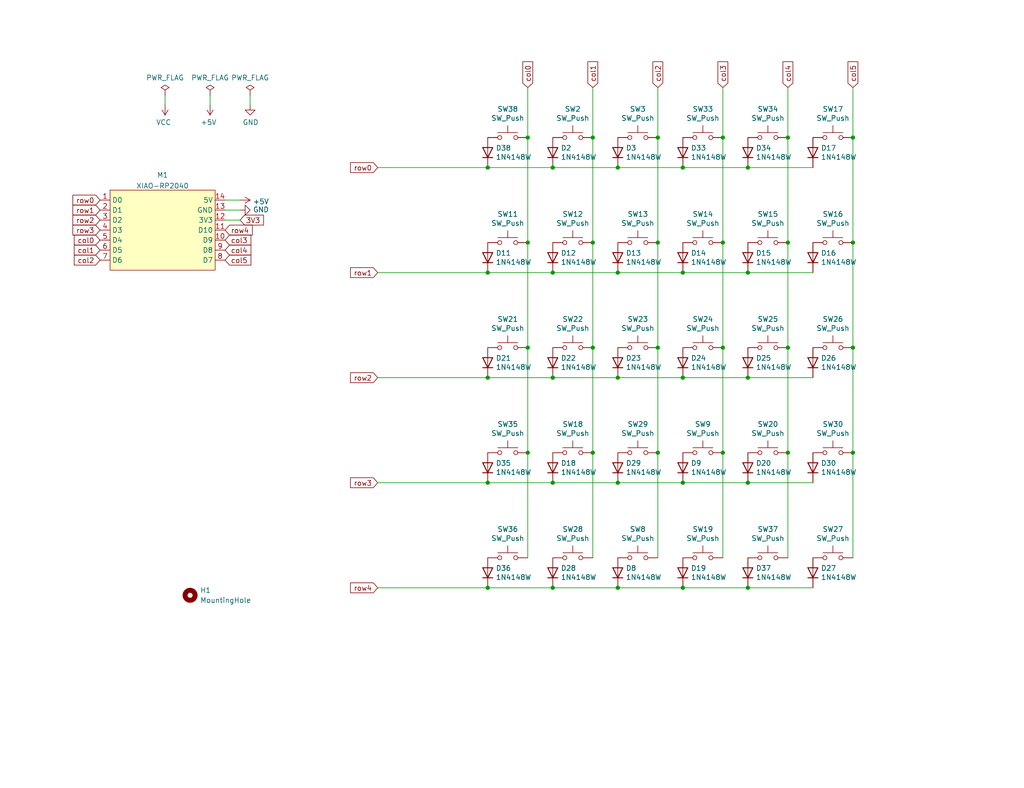
<source format=kicad_sch>
(kicad_sch (version 20211123) (generator eeschema)
  (paper "User" 259.994 200)
  (lib_symbols
    (symbol "Diode:1N4148W" (pin_numbers hide) (pin_names (offset 1.016) hide)
      (property "Reference" "D" (at 0 2.54 0))
      (property "Value" "1N4148W" (at 0 -2.54 0))
      (symbol "1N4148W_0_1"
        (polyline (pts (xy -1.27 1.27) (xy -1.27 -1.27)) (stroke (width 0.254)))
        (polyline (pts (xy 1.27 0) (xy -1.27 0)))
        (polyline (pts (xy 1.27 1.27) (xy 1.27 -1.27) (xy -1.27 0) (xy 1.27 1.27)) (stroke (width 0.254)))
      )
      (symbol "1N4148W_1_1"
        (pin passive line (at -3.81 0 0) (length 2.54) (name "K") (number "1"))
        (pin passive line (at 3.81 0 180) (length 2.54) (name "A") (number "2"))
      )
    )
    (symbol "Mechanical:MountingHole" (pin_names (offset 1.016))
      (property "Reference" "H" (at 0 5.08 0))
      (property "Value" "MountingHole" (at 0 3.175 0))
      (symbol "MountingHole_0_1"
        (circle (center 0 0) (radius 1.27) (stroke (width 1.27)))
      )
    )
    (symbol "Switch:SW_Push" (pin_numbers hide) (pin_names (offset 1.016) hide)
      (property "Reference" "SW" (at 1.27 2.54 0))
      (property "Value" "SW_Push" (at 0 -1.524 0))
      (symbol "SW_Push_0_1"
        (circle (center -2.032 0) (radius 0.508))
        (polyline (pts (xy 0 1.27) (xy 0 3.048)))
        (polyline (pts (xy 2.54 1.27) (xy -2.54 1.27)))
        (circle (center 2.032 0) (radius 0.508))
        (pin passive line (at -5.08 0 0) (length 2.54) (name "1") (number "1"))
        (pin passive line (at 5.08 0 180) (length 2.54) (name "2") (number "2"))
      )
    )
    (symbol "power:+5V" (power) (pin_names (offset 0))
      (property "Value" "+5V" (at 0 3.556 0))
      (symbol "+5V_0_1"
        (polyline (pts (xy -0.762 1.27) (xy 0 2.54)))
        (polyline (pts (xy 0 0) (xy 0 2.54)))
        (polyline (pts (xy 0 2.54) (xy 0.762 1.27)))
      )
      (symbol "+5V_1_1"
        (pin power_in line (at 0 0 90) (length 0) hide (name "+5V") (number "1"))
      )
    )
    (symbol "power:GND" (power) (pin_names (offset 0))
      (property "Value" "GND" (at 0 -3.81 0))
      (symbol "GND_0_1"
        (polyline (pts (xy 0 0) (xy 0 -1.27) (xy 1.27 -1.27) (xy 0 -2.54) (xy -1.27 -1.27) (xy 0 -1.27)))
      )
      (symbol "GND_1_1"
        (pin power_in line (at 0 0 270) (length 0) hide (name "GND") (number "1"))
      )
    )
    (symbol "power:PWR_FLAG" (power) (pin_numbers hide) (pin_names (offset 0) hide)
      (property "Value" "PWR_FLAG" (at 0 3.81 0))
      (symbol "PWR_FLAG_0_0"
        (pin power_out line (at 0 0 90) (length 0) (name "pwr") (number "1"))
      )
      (symbol "PWR_FLAG_0_1"
        (polyline (pts (xy 0 0) (xy 0 1.27) (xy -1.016 1.905) (xy 0 2.54) (xy 1.016 1.905) (xy 0 1.27)))
      )
    )
    (symbol "power:VCC" (power) (pin_names (offset 0))
      (property "Value" "VCC" (at 0 3.81 0))
      (symbol "VCC_0_1"
        (polyline (pts (xy -0.762 1.27) (xy 0 2.54)))
        (polyline (pts (xy 0 0) (xy 0 2.54)))
        (polyline (pts (xy 0 2.54) (xy 0.762 1.27)))
      )
      (symbol "VCC_1_1"
        (pin power_in line (at 0 0 90) (length 0) hide (name "VCC") (number "1"))
      )
    )
    (symbol "xiao-rp2040:XIAO-RP2040"
      (property "Reference" "M" (at 0 0 0))
      (property "Value" "XIAO-RP2040" (at 0 2.54 0))
      (symbol "XIAO-RP2040_0_1"
        (rectangle (start -12.7 10.16) (end 13.97 -10.16) (fill (type background)))
      )
      (symbol "XIAO-RP2040_1_1"
        (pin bidirectional line (at -15.24 7.62 0) (length 2.54) (name "D0") (number "1"))
        (pin bidirectional line (at 16.51 -2.54 180) (length 2.54) (name "D9") (number "10"))
        (pin bidirectional line (at 16.51 0 180) (length 2.54) (name "D10") (number "11"))
        (pin power_in line (at 16.51 2.54 180) (length 2.54) (name "3V3") (number "12"))
        (pin power_in line (at 16.51 5.08 180) (length 2.54) (name "GND") (number "13"))
        (pin power_in line (at 16.51 7.62 180) (length 2.54) (name "5V") (number "14"))
        (pin bidirectional line (at -15.24 5.08 0) (length 2.54) (name "D1") (number "2"))
        (pin bidirectional line (at -15.24 2.54 0) (length 2.54) (name "D2") (number "3"))
        (pin bidirectional line (at -15.24 0 0) (length 2.54) (name "D3") (number "4"))
        (pin bidirectional line (at -15.24 -2.54 0) (length 2.54) (name "D4") (number "5"))
        (pin bidirectional line (at -15.24 -5.08 0) (length 2.54) (name "D5") (number "6"))
        (pin bidirectional line (at -15.24 -7.62 0) (length 2.54) (name "D6") (number "7"))
        (pin bidirectional line (at 16.51 -7.62 180) (length 2.54) (name "D7") (number "8"))
        (pin bidirectional line (at 16.51 -5.08 180) (length 2.54) (name "D8") (number "9"))
      )
    )
  )
  (junction (at 173.355 95.885))
  (junction (at 216.535 61.595))
  (junction (at 133.985 61.595))
  (junction (at 216.535 88.265))
  (junction (at 123.825 149.225))
  (junction (at 200.025 88.265))
  (junction (at 150.495 88.265))
  (junction (at 216.535 34.925))
  (junction (at 133.985 34.925))
  (junction (at 140.335 69.215))
  (junction (at 123.825 95.885))
  (junction (at 183.515 34.925))
  (junction (at 123.825 69.215))
  (junction (at 167.005 114.935))
  (junction (at 216.535 114.935))
  (junction (at 156.845 149.225))
  (junction (at 189.865 95.885))
  (junction (at 150.495 61.595))
  (junction (at 189.865 149.225))
  (junction (at 200.025 34.925))
  (junction (at 150.495 114.935))
  (junction (at 133.985 114.935))
  (junction (at 200.025 114.935))
  (junction (at 183.515 114.935))
  (junction (at 189.865 42.545))
  (junction (at 140.335 95.885))
  (junction (at 150.495 34.925))
  (junction (at 156.845 69.215))
  (junction (at 123.825 122.555))
  (junction (at 183.515 61.595))
  (junction (at 133.985 88.265))
  (junction (at 173.355 42.545))
  (junction (at 173.355 149.225))
  (junction (at 123.825 42.545))
  (junction (at 189.865 122.555))
  (junction (at 156.845 42.545))
  (junction (at 173.355 69.215))
  (junction (at 189.865 69.215))
  (junction (at 167.005 61.595))
  (junction (at 156.845 95.885))
  (junction (at 167.005 34.925))
  (junction (at 200.025 61.595))
  (junction (at 173.355 122.555))
  (junction (at 156.845 122.555))
  (junction (at 140.335 42.545))
  (junction (at 183.515 88.265))
  (junction (at 167.005 88.265))
  (junction (at 140.335 122.555))
  (junction (at 140.335 149.225))
  (wire (pts (xy 167.005 22.225) (xy 167.005 34.925)))
  (wire (pts (xy 95.885 42.545) (xy 123.825 42.545)))
  (wire (pts (xy 167.005 114.935) (xy 167.005 141.605)))
  (wire (pts (xy 183.515 88.265) (xy 183.515 114.935)))
  (wire (pts (xy 173.355 69.215) (xy 189.865 69.215)))
  (wire (pts (xy 95.885 69.215) (xy 123.825 69.215)))
  (wire (pts (xy 183.515 114.935) (xy 183.515 141.605)))
  (wire (pts (xy 123.825 95.885) (xy 140.335 95.885)))
  (wire (pts (xy 63.5 24.13) (xy 63.5 26.67)))
  (wire (pts (xy 189.865 69.215) (xy 206.375 69.215)))
  (wire (pts (xy 216.535 34.925) (xy 216.535 61.595)))
  (wire (pts (xy 133.985 114.935) (xy 133.985 141.605)))
  (wire (pts (xy 173.355 42.545) (xy 189.865 42.545)))
  (wire (pts (xy 156.845 69.215) (xy 173.355 69.215)))
  (wire (pts (xy 133.985 22.225) (xy 133.985 34.925)))
  (polyline (pts (xy 422.91 182.88) (xy 422.91 152.4)))
  (wire (pts (xy 216.535 114.935) (xy 216.535 141.605)))
  (wire (pts (xy 123.825 69.215) (xy 140.335 69.215)))
  (wire (pts (xy 216.535 61.595) (xy 216.535 88.265)))
  (wire (pts (xy 150.495 61.595) (xy 150.495 88.265)))
  (wire (pts (xy 57.15 50.8) (xy 60.96 50.8)))
  (wire (pts (xy 189.865 122.555) (xy 206.375 122.555)))
  (wire (pts (xy 189.865 95.885) (xy 206.375 95.885)))
  (wire (pts (xy 173.355 95.885) (xy 189.865 95.885)))
  (wire (pts (xy 140.335 69.215) (xy 156.845 69.215)))
  (wire (pts (xy 200.025 61.595) (xy 200.025 88.265)))
  (wire (pts (xy 183.515 61.595) (xy 183.515 88.265)))
  (wire (pts (xy 140.335 42.545) (xy 156.845 42.545)))
  (wire (pts (xy 140.335 122.555) (xy 156.845 122.555)))
  (wire (pts (xy 95.885 122.555) (xy 123.825 122.555)))
  (wire (pts (xy 173.355 122.555) (xy 189.865 122.555)))
  (wire (pts (xy 200.025 34.925) (xy 200.025 61.595)))
  (wire (pts (xy 156.845 122.555) (xy 173.355 122.555)))
  (wire (pts (xy 173.355 149.225) (xy 189.865 149.225)))
  (wire (pts (xy 189.865 149.225) (xy 206.375 149.225)))
  (wire (pts (xy 200.025 114.935) (xy 200.025 141.605)))
  (wire (pts (xy 133.985 34.925) (xy 133.985 61.595)))
  (wire (pts (xy 133.985 88.265) (xy 133.985 114.935)))
  (wire (pts (xy 200.025 88.265) (xy 200.025 114.935)))
  (wire (pts (xy 183.515 22.225) (xy 183.515 34.925)))
  (wire (pts (xy 200.025 22.225) (xy 200.025 34.925)))
  (wire (pts (xy 53.34 24.13) (xy 53.34 26.67)))
  (wire (pts (xy 140.335 95.885) (xy 156.845 95.885)))
  (wire (pts (xy 167.005 88.265) (xy 167.005 114.935)))
  (wire (pts (xy 189.865 42.545) (xy 206.375 42.545)))
  (wire (pts (xy 41.91 24.13) (xy 41.91 26.67)))
  (wire (pts (xy 150.495 114.935) (xy 150.495 141.605)))
  (wire (pts (xy 156.845 42.545) (xy 173.355 42.545)))
  (wire (pts (xy 156.845 149.225) (xy 173.355 149.225)))
  (wire (pts (xy 167.005 61.595) (xy 167.005 88.265)))
  (wire (pts (xy 216.535 88.265) (xy 216.535 114.935)))
  (wire (pts (xy 123.825 42.545) (xy 140.335 42.545)))
  (wire (pts (xy 123.825 149.225) (xy 140.335 149.225)))
  (wire (pts (xy 95.885 149.225) (xy 123.825 149.225)))
  (wire (pts (xy 57.15 53.34) (xy 60.96 53.34)))
  (wire (pts (xy 216.535 22.225) (xy 216.535 34.925)))
  (wire (pts (xy 150.495 22.225) (xy 150.495 34.925)))
  (wire (pts (xy 183.515 34.925) (xy 183.515 61.595)))
  (wire (pts (xy 167.005 34.925) (xy 167.005 61.595)))
  (wire (pts (xy 95.885 95.885) (xy 123.825 95.885)))
  (wire (pts (xy 133.985 61.595) (xy 133.985 88.265)))
  (wire (pts (xy 123.825 122.555) (xy 140.335 122.555)))
  (wire (pts (xy 156.845 95.885) (xy 173.355 95.885)))
  (wire (pts (xy 150.495 34.925) (xy 150.495 61.595)))
  (wire (pts (xy 57.15 55.88) (xy 60.96 55.88)))
  (wire (pts (xy 140.335 149.225) (xy 156.845 149.225)))
  (wire (pts (xy 150.495 88.265) (xy 150.495 114.935)))
  (global_label "row3" (shape input) (at 95.885 122.555 180) (property "Intersheet References" "${INTERSHEET_REFS}" (effects hide)))
  (global_label "col0" (shape input) (at 133.985 22.225 90) (property "Intersheet References" "${INTERSHEET_REFS}" (effects hide)))
  (global_label "row2" (shape input) (at 25.4 55.88 180) (property "Intersheet References" "${INTERSHEET_REFS}" (effects hide)))
  (global_label "row4" (shape input) (at 57.15 58.42 0) (property "Intersheet References" "${INTERSHEET_REFS}" (effects hide)))
  (global_label "row2" (shape input) (at 95.885 95.885 180) (property "Intersheet References" "${INTERSHEET_REFS}" (effects hide)))
  (global_label "col3" (shape input) (at 183.515 22.225 90) (property "Intersheet References" "${INTERSHEET_REFS}" (effects hide)))
  (global_label "row4" (shape input) (at 95.885 149.225 180) (property "Intersheet References" "${INTERSHEET_REFS}" (effects hide)))
  (global_label "col0" (shape input) (at 25.4 60.96 180) (property "Intersheet References" "${INTERSHEET_REFS}" (effects hide)))
  (global_label "col4" (shape input) (at 200.025 22.225 90) (property "Intersheet References" "${INTERSHEET_REFS}" (effects hide)))
  (global_label "row0" (shape input) (at 95.885 42.545 180) (property "Intersheet References" "${INTERSHEET_REFS}" (effects hide)))
  (global_label "col1" (shape input) (at 150.495 22.225 90) (property "Intersheet References" "${INTERSHEET_REFS}" (effects hide)))
  (global_label "row3" (shape input) (at 25.4 58.42 180) (property "Intersheet References" "${INTERSHEET_REFS}" (effects hide)))
  (global_label "col2" (shape input) (at 25.4 66.04 180) (property "Intersheet References" "${INTERSHEET_REFS}" (effects hide)))
  (global_label "row1" (shape input) (at 95.885 69.215 180) (property "Intersheet References" "${INTERSHEET_REFS}" (effects hide)))
  (global_label "col5" (shape input) (at 57.15 66.04 0) (property "Intersheet References" "${INTERSHEET_REFS}" (effects hide)))
  (global_label "col4" (shape input) (at 57.15 63.5 0) (property "Intersheet References" "${INTERSHEET_REFS}" (effects hide)))
  (global_label "col3" (shape input) (at 57.15 60.96 0) (property "Intersheet References" "${INTERSHEET_REFS}" (effects hide)))
  (global_label "col5" (shape input) (at 216.535 22.225 90) (property "Intersheet References" "${INTERSHEET_REFS}" (effects hide)))
  (global_label "col2" (shape input) (at 167.005 22.225 90) (property "Intersheet References" "${INTERSHEET_REFS}" (effects hide)))
  (global_label "3V3" (shape input) (at 60.96 55.88 0) (property "Intersheet References" "${INTERSHEET_REFS}" (effects hide)))
  (global_label "col1" (shape input) (at 25.4 63.5 180) (property "Intersheet References" "${INTERSHEET_REFS}" (effects hide)))
  (global_label "row0" (shape input) (at 25.4 50.8 180) (property "Intersheet References" "${INTERSHEET_REFS}" (effects hide)))
  (global_label "row1" (shape input) (at 25.4 53.34 180) (property "Intersheet References" "${INTERSHEET_REFS}" (effects hide)))
  (symbol (lib_id "Switch:SW_Push") (at 145.415 34.925 0) (unit 1)
    (property "Reference" "SW2" (at 145.415 27.686 0))
    (property "Value" "SW_Push" (at 145.415 29.9974 0))
    (property "Footprint" "fingerpunch:Kailh_socket_MX-ChocV1" (effects hide))
  )
  (symbol (lib_id "Diode:1N4148W") (at 140.335 38.735 90) (unit 1)
    (property "Reference" "D2" (at 142.367 37.5666 90) (effects (justify right)))
    (property "Value" "1N4148W" (at 142.367 39.878 90) (effects (justify right)))
    (property "Footprint" "Diode_SMD:D_SOD-123" (effects hide))
    (property "Datasheet" "https://www.vishay.com/docs/85748/1n4148w.pdf" (effects hide))
    (property "LCSC" "C909967" (effects hide))
  )
  (symbol (lib_id "Switch:SW_Push") (at 161.925 34.925 0) (unit 1)
    (property "Reference" "SW3" (at 161.925 27.686 0))
    (property "Value" "SW_Push" (at 161.925 29.9974 0))
    (property "Footprint" "fingerpunch:Kailh_socket_MX-ChocV1" (effects hide))
  )
  (symbol (lib_id "Diode:1N4148W") (at 156.845 38.735 90) (unit 1)
    (property "Reference" "D3" (at 158.877 37.5666 90) (effects (justify right)))
    (property "Value" "1N4148W" (at 158.877 39.878 90) (effects (justify right)))
    (property "Footprint" "Diode_SMD:D_SOD-123" (effects hide))
    (property "Datasheet" "https://www.vishay.com/docs/85748/1n4148w.pdf" (effects hide))
    (property "LCSC" "C909967" (effects hide))
  )
  (symbol (lib_id "Switch:SW_Push") (at 128.905 61.595 0) (unit 1)
    (property "Reference" "SW11" (at 128.905 54.356 0))
    (property "Value" "SW_Push" (at 128.905 56.6674 0))
    (property "Footprint" "fingerpunch:Kailh_socket_MX-ChocV1" (effects hide))
  )
  (symbol (lib_id "Diode:1N4148W") (at 123.825 65.405 90) (unit 1)
    (property "Reference" "D11" (at 125.857 64.2366 90) (effects (justify right)))
    (property "Value" "1N4148W" (at 125.857 66.548 90) (effects (justify right)))
    (property "Footprint" "Diode_SMD:D_SOD-123" (effects hide))
    (property "Datasheet" "https://www.vishay.com/docs/85748/1n4148w.pdf" (effects hide))
    (property "LCSC" "C909967" (effects hide))
  )
  (symbol (lib_id "Switch:SW_Push") (at 145.415 61.595 0) (unit 1)
    (property "Reference" "SW12" (at 145.415 54.356 0))
    (property "Value" "SW_Push" (at 145.415 56.6674 0))
    (property "Footprint" "fingerpunch:Kailh_socket_MX-ChocV1" (effects hide))
  )
  (symbol (lib_id "Diode:1N4148W") (at 140.335 65.405 90) (unit 1)
    (property "Reference" "D12" (at 142.367 64.2366 90) (effects (justify right)))
    (property "Value" "1N4148W" (at 142.367 66.548 90) (effects (justify right)))
    (property "Footprint" "Diode_SMD:D_SOD-123" (effects hide))
    (property "Datasheet" "https://www.vishay.com/docs/85748/1n4148w.pdf" (effects hide))
    (property "LCSC" "C909967" (effects hide))
  )
  (symbol (lib_id "Switch:SW_Push") (at 161.925 61.595 0) (unit 1)
    (property "Reference" "SW13" (at 161.925 54.356 0))
    (property "Value" "SW_Push" (at 161.925 56.6674 0))
    (property "Footprint" "fingerpunch:Kailh_socket_MX-ChocV1" (effects hide))
  )
  (symbol (lib_id "Diode:1N4148W") (at 156.845 65.405 90) (unit 1)
    (property "Reference" "D13" (at 158.877 64.2366 90) (effects (justify right)))
    (property "Value" "1N4148W" (at 158.877 66.548 90) (effects (justify right)))
    (property "Footprint" "Diode_SMD:D_SOD-123" (effects hide))
    (property "Datasheet" "https://www.vishay.com/docs/85748/1n4148w.pdf" (effects hide))
    (property "LCSC" "C909967" (effects hide))
  )
  (symbol (lib_id "Switch:SW_Push") (at 178.435 61.595 0) (unit 1)
    (property "Reference" "SW14" (at 178.435 54.356 0))
    (property "Value" "SW_Push" (at 178.435 56.6674 0))
    (property "Footprint" "fingerpunch:Kailh_socket_MX-ChocV1" (effects hide))
  )
  (symbol (lib_id "Diode:1N4148W") (at 173.355 65.405 90) (unit 1)
    (property "Reference" "D14" (at 175.387 64.2366 90) (effects (justify right)))
    (property "Value" "1N4148W" (at 175.387 66.548 90) (effects (justify right)))
    (property "Footprint" "Diode_SMD:D_SOD-123" (effects hide))
    (property "Datasheet" "https://www.vishay.com/docs/85748/1n4148w.pdf" (effects hide))
    (property "LCSC" "C909967" (effects hide))
  )
  (symbol (lib_id "Switch:SW_Push") (at 194.945 61.595 0) (unit 1)
    (property "Reference" "SW15" (at 194.945 54.356 0))
    (property "Value" "SW_Push" (at 194.945 56.6674 0))
    (property "Footprint" "fingerpunch:Kailh_socket_MX-ChocV1" (effects hide))
  )
  (symbol (lib_id "Diode:1N4148W") (at 189.865 65.405 90) (unit 1)
    (property "Reference" "D15" (at 191.897 64.2366 90) (effects (justify right)))
    (property "Value" "1N4148W" (at 191.897 66.548 90) (effects (justify right)))
    (property "Footprint" "Diode_SMD:D_SOD-123" (effects hide))
    (property "Datasheet" "https://www.vishay.com/docs/85748/1n4148w.pdf" (effects hide))
    (property "LCSC" "C909967" (effects hide))
  )
  (symbol (lib_id "Switch:SW_Push") (at 211.455 61.595 0) (unit 1)
    (property "Reference" "SW16" (at 211.455 54.356 0))
    (property "Value" "SW_Push" (at 211.455 56.6674 0))
    (property "Footprint" "fingerpunch:Kailh_socket_MX-ChocV1" (effects hide))
  )
  (symbol (lib_id "Diode:1N4148W") (at 206.375 65.405 90) (unit 1)
    (property "Reference" "D16" (at 208.407 64.2366 90) (effects (justify right)))
    (property "Value" "1N4148W" (at 208.407 66.548 90) (effects (justify right)))
    (property "Footprint" "Diode_SMD:D_SOD-123" (effects hide))
    (property "Datasheet" "https://www.vishay.com/docs/85748/1n4148w.pdf" (effects hide))
    (property "LCSC" "C909967" (effects hide))
  )
  (symbol (lib_id "Switch:SW_Push") (at 128.905 88.265 0) (unit 1)
    (property "Reference" "SW21" (at 128.905 81.026 0))
    (property "Value" "SW_Push" (at 128.905 83.3374 0))
    (property "Footprint" "fingerpunch:Kailh_socket_MX-ChocV1" (effects hide))
  )
  (symbol (lib_id "Diode:1N4148W") (at 123.825 92.075 90) (unit 1)
    (property "Reference" "D21" (at 125.857 90.9066 90) (effects (justify right)))
    (property "Value" "1N4148W" (at 125.857 93.218 90) (effects (justify right)))
    (property "Footprint" "Diode_SMD:D_SOD-123" (effects hide))
    (property "Datasheet" "https://www.vishay.com/docs/85748/1n4148w.pdf" (effects hide))
    (property "LCSC" "C909967" (effects hide))
  )
  (symbol (lib_id "Switch:SW_Push") (at 145.415 88.265 0) (unit 1)
    (property "Reference" "SW22" (at 145.415 81.026 0))
    (property "Value" "SW_Push" (at 145.415 83.3374 0))
    (property "Footprint" "fingerpunch:Kailh_socket_MX-ChocV1" (effects hide))
  )
  (symbol (lib_id "Diode:1N4148W") (at 140.335 92.075 90) (unit 1)
    (property "Reference" "D22" (at 142.367 90.9066 90) (effects (justify right)))
    (property "Value" "1N4148W" (at 142.367 93.218 90) (effects (justify right)))
    (property "Footprint" "Diode_SMD:D_SOD-123" (effects hide))
    (property "Datasheet" "https://www.vishay.com/docs/85748/1n4148w.pdf" (effects hide))
    (property "LCSC" "C909967" (effects hide))
  )
  (symbol (lib_id "Switch:SW_Push") (at 161.925 88.265 0) (unit 1)
    (property "Reference" "SW23" (at 161.925 81.026 0))
    (property "Value" "SW_Push" (at 161.925 83.3374 0))
    (property "Footprint" "fingerpunch:Kailh_socket_MX-ChocV1" (effects hide))
  )
  (symbol (lib_id "Diode:1N4148W") (at 156.845 92.075 90) (unit 1)
    (property "Reference" "D23" (at 158.877 90.9066 90) (effects (justify right)))
    (property "Value" "1N4148W" (at 158.877 93.218 90) (effects (justify right)))
    (property "Footprint" "Diode_SMD:D_SOD-123" (effects hide))
    (property "Datasheet" "https://www.vishay.com/docs/85748/1n4148w.pdf" (effects hide))
    (property "LCSC" "C909967" (effects hide))
  )
  (symbol (lib_id "Switch:SW_Push") (at 178.435 88.265 0) (unit 1)
    (property "Reference" "SW24" (at 178.435 81.026 0))
    (property "Value" "SW_Push" (at 178.435 83.3374 0))
    (property "Footprint" "fingerpunch:Kailh_socket_MX-ChocV1" (effects hide))
  )
  (symbol (lib_id "Diode:1N4148W") (at 173.355 92.075 90) (unit 1)
    (property "Reference" "D24" (at 175.387 90.9066 90) (effects (justify right)))
    (property "Value" "1N4148W" (at 175.387 93.218 90) (effects (justify right)))
    (property "Footprint" "Diode_SMD:D_SOD-123" (effects hide))
    (property "Datasheet" "https://www.vishay.com/docs/85748/1n4148w.pdf" (effects hide))
    (property "LCSC" "C909967" (effects hide))
  )
  (symbol (lib_id "Switch:SW_Push") (at 194.945 88.265 0) (unit 1)
    (property "Reference" "SW25" (at 194.945 81.026 0))
    (property "Value" "SW_Push" (at 194.945 83.3374 0))
    (property "Footprint" "fingerpunch:Kailh_socket_MX-ChocV1" (effects hide))
  )
  (symbol (lib_id "Diode:1N4148W") (at 189.865 92.075 90) (unit 1)
    (property "Reference" "D25" (at 191.897 90.9066 90) (effects (justify right)))
    (property "Value" "1N4148W" (at 191.897 93.218 90) (effects (justify right)))
    (property "Footprint" "Diode_SMD:D_SOD-123" (effects hide))
    (property "Datasheet" "https://www.vishay.com/docs/85748/1n4148w.pdf" (effects hide))
    (property "LCSC" "C909967" (effects hide))
  )
  (symbol (lib_id "Switch:SW_Push") (at 211.455 88.265 0) (unit 1)
    (property "Reference" "SW26" (at 211.455 81.026 0))
    (property "Value" "SW_Push" (at 211.455 83.3374 0))
    (property "Footprint" "fingerpunch:Kailh_socket_MX-ChocV1" (effects hide))
  )
  (symbol (lib_id "Diode:1N4148W") (at 206.375 92.075 90) (unit 1)
    (property "Reference" "D26" (at 208.407 90.9066 90) (effects (justify right)))
    (property "Value" "1N4148W" (at 208.407 93.218 90) (effects (justify right)))
    (property "Footprint" "Diode_SMD:D_SOD-123" (effects hide))
    (property "Datasheet" "https://www.vishay.com/docs/85748/1n4148w.pdf" (effects hide))
    (property "LCSC" "C909967" (effects hide))
  )
  (symbol (lib_id "Switch:SW_Push") (at 178.435 34.925 0) (unit 1)
    (property "Reference" "SW33" (at 178.435 27.686 0))
    (property "Value" "SW_Push" (at 178.435 29.9974 0))
    (property "Footprint" "fingerpunch:Kailh_socket_MX-ChocV1" (effects hide))
  )
  (symbol (lib_id "Diode:1N4148W") (at 173.355 38.735 90) (unit 1)
    (property "Reference" "D33" (at 175.387 37.5666 90) (effects (justify right)))
    (property "Value" "1N4148W" (at 175.387 39.878 90) (effects (justify right)))
    (property "Footprint" "Diode_SMD:D_SOD-123" (effects hide))
    (property "Datasheet" "https://www.vishay.com/docs/85748/1n4148w.pdf" (effects hide))
    (property "LCSC" "C909967" (effects hide))
  )
  (symbol (lib_id "Switch:SW_Push") (at 194.945 34.925 0) (unit 1)
    (property "Reference" "SW34" (at 194.945 27.686 0))
    (property "Value" "SW_Push" (at 194.945 29.9974 0))
    (property "Footprint" "fingerpunch:Kailh_socket_MX-ChocV1" (effects hide))
  )
  (symbol (lib_id "Diode:1N4148W") (at 189.865 38.735 90) (unit 1)
    (property "Reference" "D34" (at 191.897 37.5666 90) (effects (justify right)))
    (property "Value" "1N4148W" (at 191.897 39.878 90) (effects (justify right)))
    (property "Footprint" "Diode_SMD:D_SOD-123" (effects hide))
    (property "Datasheet" "https://www.vishay.com/docs/85748/1n4148w.pdf" (effects hide))
    (property "LCSC" "C909967" (effects hide))
  )
  (symbol (lib_id "Switch:SW_Push") (at 128.905 114.935 0) (unit 1)
    (property "Reference" "SW35" (at 128.905 107.696 0))
    (property "Value" "SW_Push" (at 128.905 110.0074 0))
    (property "Footprint" "fingerpunch:Kailh_socket_MX-ChocV1" (effects hide))
  )
  (symbol (lib_id "Diode:1N4148W") (at 123.825 118.745 90) (unit 1)
    (property "Reference" "D35" (at 125.857 117.5766 90) (effects (justify right)))
    (property "Value" "1N4148W" (at 125.857 119.888 90) (effects (justify right)))
    (property "Footprint" "Diode_SMD:D_SOD-123" (effects hide))
    (property "Datasheet" "https://www.vishay.com/docs/85748/1n4148w.pdf" (effects hide))
    (property "LCSC" "C909967" (effects hide))
  )
  (symbol (lib_id "Switch:SW_Push") (at 128.905 141.605 0) (unit 1)
    (property "Reference" "SW36" (at 128.905 134.366 0))
    (property "Value" "SW_Push" (at 128.905 136.6774 0))
    (property "Footprint" "fingerpunch:Kailh_socket_MX-ChocV1" (effects hide))
  )
  (symbol (lib_id "Diode:1N4148W") (at 123.825 145.415 90) (unit 1)
    (property "Reference" "D36" (at 125.857 144.2466 90) (effects (justify right)))
    (property "Value" "1N4148W" (at 125.857 146.558 90) (effects (justify right)))
    (property "Footprint" "Diode_SMD:D_SOD-123" (effects hide))
    (property "Datasheet" "https://www.vishay.com/docs/85748/1n4148w.pdf" (effects hide))
    (property "LCSC" "C909967" (effects hide))
  )
  (symbol (lib_id "Switch:SW_Push") (at 211.455 34.925 0) (unit 1)
    (property "Reference" "SW17" (at 211.455 27.686 0))
    (property "Value" "SW_Push" (at 211.455 29.9974 0))
    (property "Footprint" "fingerpunch:Kailh_socket_MX-ChocV1" (effects hide))
  )
  (symbol (lib_id "Diode:1N4148W") (at 206.375 38.735 90) (unit 1)
    (property "Reference" "D17" (at 208.407 37.5666 90) (effects (justify right)))
    (property "Value" "1N4148W" (at 208.407 39.878 90) (effects (justify right)))
    (property "Footprint" "Diode_SMD:D_SOD-123" (effects hide))
    (property "Datasheet" "https://www.vishay.com/docs/85748/1n4148w.pdf" (effects hide))
    (property "LCSC" "C909967" (effects hide))
  )
  (symbol (lib_id "Switch:SW_Push") (at 211.455 141.605 0) (unit 1)
    (property "Reference" "SW27" (at 211.455 134.366 0))
    (property "Value" "SW_Push" (at 211.455 136.6774 0))
    (property "Footprint" "fingerpunch:Kailh_socket_MX-ChocV1" (effects hide))
  )
  (symbol (lib_id "Diode:1N4148W") (at 206.375 145.415 90) (unit 1)
    (property "Reference" "D27" (at 208.407 144.2466 90) (effects (justify right)))
    (property "Value" "1N4148W" (at 208.407 146.558 90) (effects (justify right)))
    (property "Footprint" "Diode_SMD:D_SOD-123" (effects hide))
    (property "Datasheet" "https://www.vishay.com/docs/85748/1n4148w.pdf" (effects hide))
    (property "LCSC" "C909967" (effects hide))
  )
  (symbol (lib_id "Switch:SW_Push") (at 194.945 141.605 0) (unit 1)
    (property "Reference" "SW37" (at 194.945 134.366 0))
    (property "Value" "SW_Push" (at 194.945 136.6774 0))
    (property "Footprint" "fingerpunch:Kailh_socket_MX-ChocV1" (effects hide))
  )
  (symbol (lib_id "Diode:1N4148W") (at 189.865 145.415 90) (unit 1)
    (property "Reference" "D37" (at 191.897 144.2466 90) (effects (justify right)))
    (property "Value" "1N4148W" (at 191.897 146.558 90) (effects (justify right)))
    (property "Footprint" "Diode_SMD:D_SOD-123" (effects hide))
    (property "Datasheet" "https://www.vishay.com/docs/85748/1n4148w.pdf" (effects hide))
    (property "LCSC" "C909967" (effects hide))
  )
  (symbol (lib_id "power:PWR_FLAG") (at 41.91 24.13 0) (unit 1)
    (property "Reference" "#FLG0101" (effects hide))
    (property "Value" "PWR_FLAG" (at 41.91 19.7358 0))
  )
  (symbol (lib_id "power:VCC") (at 41.91 26.67 180) (unit 1)
    (property "Reference" "#PWR0103" (effects hide))
    (property "Value" "VCC" (at 41.529 31.0642 0))
  )
  (symbol (lib_id "power:PWR_FLAG") (at 53.34 24.13 0) (unit 1)
    (property "Reference" "#FLG0102" (effects hide))
    (property "Value" "PWR_FLAG" (at 53.34 19.7358 0))
  )
  (symbol (lib_id "power:+5V") (at 53.34 26.67 180) (unit 1)
    (property "Reference" "#PWR0104" (effects hide))
    (property "Value" "+5V" (at 52.959 31.0642 0))
  )
  (symbol (lib_id "Switch:SW_Push") (at 161.925 141.605 0) (unit 1)
    (property "Reference" "SW8" (at 161.925 134.366 0))
    (property "Value" "SW_Push" (at 161.925 136.6774 0))
    (property "Footprint" "fingerpunch:Kailh_socket_MX-ChocV1" (effects hide))
  )
  (symbol (lib_id "Diode:1N4148W") (at 156.845 145.415 90) (unit 1)
    (property "Reference" "D8" (at 158.877 144.2466 90) (effects (justify right)))
    (property "Value" "1N4148W" (at 158.877 146.558 90) (effects (justify right)))
    (property "Footprint" "Diode_SMD:D_SOD-123" (effects hide))
    (property "Datasheet" "https://www.vishay.com/docs/85748/1n4148w.pdf" (effects hide))
    (property "LCSC" "C909967" (effects hide))
  )
  (symbol (lib_id "Switch:SW_Push") (at 145.415 114.935 0) (unit 1)
    (property "Reference" "SW18" (at 145.415 107.696 0))
    (property "Value" "SW_Push" (at 145.415 110.0074 0))
    (property "Footprint" "fingerpunch:Kailh_socket_MX-ChocV1" (effects hide))
  )
  (symbol (lib_id "Diode:1N4148W") (at 140.335 118.745 90) (unit 1)
    (property "Reference" "D18" (at 142.367 117.5766 90) (effects (justify right)))
    (property "Value" "1N4148W" (at 142.367 119.888 90) (effects (justify right)))
    (property "Footprint" "Diode_SMD:D_SOD-123" (effects hide))
    (property "Datasheet" "https://www.vishay.com/docs/85748/1n4148w.pdf" (effects hide))
    (property "LCSC" "C909967" (effects hide))
  )
  (symbol (lib_id "Switch:SW_Push") (at 145.415 141.605 0) (unit 1)
    (property "Reference" "SW28" (at 145.415 134.366 0))
    (property "Value" "SW_Push" (at 145.415 136.6774 0))
    (property "Footprint" "fingerpunch:Kailh_socket_MX-ChocV1" (effects hide))
  )
  (symbol (lib_id "Diode:1N4148W") (at 140.335 145.415 90) (unit 1)
    (property "Reference" "D28" (at 142.367 144.2466 90) (effects (justify right)))
    (property "Value" "1N4148W" (at 142.367 146.558 90) (effects (justify right)))
    (property "Footprint" "Diode_SMD:D_SOD-123" (effects hide))
    (property "Datasheet" "https://www.vishay.com/docs/85748/1n4148w.pdf" (effects hide))
    (property "LCSC" "C909967" (effects hide))
  )
  (symbol (lib_id "Switch:SW_Push") (at 128.905 34.925 0) (unit 1)
    (property "Reference" "SW38" (at 128.905 27.686 0))
    (property "Value" "SW_Push" (at 128.905 29.9974 0))
    (property "Footprint" "fingerpunch:Kailh_socket_MX-ChocV1" (effects hide))
  )
  (symbol (lib_id "Diode:1N4148W") (at 123.825 38.735 90) (unit 1)
    (property "Reference" "D38" (at 125.857 37.5666 90) (effects (justify right)))
    (property "Value" "1N4148W" (at 125.857 39.878 90) (effects (justify right)))
    (property "Footprint" "Diode_SMD:D_SOD-123" (effects hide))
    (property "Datasheet" "https://www.vishay.com/docs/85748/1n4148w.pdf" (effects hide))
    (property "LCSC" "C909967" (effects hide))
  )
  (symbol (lib_id "power:GND") (at 63.5 26.67 0) (unit 1)
    (property "Reference" "#PWR0105" (effects hide))
    (property "Value" "GND" (at 63.627 31.0642 0))
  )
  (symbol (lib_id "power:PWR_FLAG") (at 63.5 24.13 0) (unit 1)
    (property "Reference" "#FLG0103" (effects hide))
    (property "Value" "PWR_FLAG" (at 63.5 19.7358 0))
  )
  (symbol (lib_id "Switch:SW_Push") (at 178.435 114.935 0) (unit 1)
    (property "Reference" "SW9" (at 178.435 107.696 0))
    (property "Value" "SW_Push" (at 178.435 110.0074 0))
    (property "Footprint" "fingerpunch:Kailh_socket_MX-ChocV1" (effects hide))
  )
  (symbol (lib_id "Diode:1N4148W") (at 173.355 118.745 90) (unit 1)
    (property "Reference" "D9" (at 175.387 117.5766 90) (effects (justify right)))
    (property "Value" "1N4148W" (at 175.387 119.888 90) (effects (justify right)))
    (property "Footprint" "Diode_SMD:D_SOD-123" (effects hide))
    (property "Datasheet" "https://www.vishay.com/docs/85748/1n4148w.pdf" (effects hide))
    (property "LCSC" "C909967" (effects hide))
  )
  (symbol (lib_id "Switch:SW_Push") (at 178.435 141.605 0) (unit 1)
    (property "Reference" "SW19" (at 178.435 134.366 0))
    (property "Value" "SW_Push" (at 178.435 136.6774 0))
    (property "Footprint" "fingerpunch:Kailh_socket_MX-ChocV1" (effects hide))
  )
  (symbol (lib_id "Diode:1N4148W") (at 173.355 145.415 90) (unit 1)
    (property "Reference" "D19" (at 175.387 144.2466 90) (effects (justify right)))
    (property "Value" "1N4148W" (at 175.387 146.558 90) (effects (justify right)))
    (property "Footprint" "Diode_SMD:D_SOD-123" (effects hide))
    (property "Datasheet" "https://www.vishay.com/docs/85748/1n4148w.pdf" (effects hide))
    (property "LCSC" "C909967" (effects hide))
  )
  (symbol (lib_id "Switch:SW_Push") (at 161.925 114.935 0) (unit 1)
    (property "Reference" "SW29" (at 161.925 107.696 0))
    (property "Value" "SW_Push" (at 161.925 110.0074 0))
    (property "Footprint" "fingerpunch:Kailh_socket_MX-ChocV1" (effects hide))
  )
  (symbol (lib_id "Diode:1N4148W") (at 156.845 118.745 90) (unit 1)
    (property "Reference" "D29" (at 158.877 117.5766 90) (effects (justify right)))
    (property "Value" "1N4148W" (at 158.877 119.888 90) (effects (justify right)))
    (property "Footprint" "Diode_SMD:D_SOD-123" (effects hide))
    (property "Datasheet" "https://www.vishay.com/docs/85748/1n4148w.pdf" (effects hide))
    (property "LCSC" "C909967" (effects hide))
  )
  (symbol (lib_id "Switch:SW_Push") (at 194.945 114.935 0) (unit 1)
    (property "Reference" "SW20" (at 194.945 107.696 0))
    (property "Value" "SW_Push" (at 194.945 110.0074 0))
    (property "Footprint" "fingerpunch:Kailh_socket_MX-ChocV1" (effects hide))
  )
  (symbol (lib_id "Diode:1N4148W") (at 189.865 118.745 90) (unit 1)
    (property "Reference" "D20" (at 191.897 117.5766 90) (effects (justify right)))
    (property "Value" "1N4148W" (at 191.897 119.888 90) (effects (justify right)))
    (property "Footprint" "Diode_SMD:D_SOD-123" (effects hide))
    (property "Datasheet" "https://www.vishay.com/docs/85748/1n4148w.pdf" (effects hide))
    (property "LCSC" "C909967" (effects hide))
  )
  (symbol (lib_id "Switch:SW_Push") (at 211.455 114.935 0) (unit 1)
    (property "Reference" "SW30" (at 211.455 107.696 0))
    (property "Value" "SW_Push" (at 211.455 110.0074 0))
    (property "Footprint" "fingerpunch:Kailh_socket_MX-ChocV1" (effects hide))
  )
  (symbol (lib_id "Diode:1N4148W") (at 206.375 118.745 90) (unit 1)
    (property "Reference" "D30" (at 208.407 117.5766 90) (effects (justify right)))
    (property "Value" "1N4148W" (at 208.407 119.888 90) (effects (justify right)))
    (property "Footprint" "Diode_SMD:D_SOD-123" (effects hide))
    (property "Datasheet" "https://www.vishay.com/docs/85748/1n4148w.pdf" (effects hide))
    (property "LCSC" "C909967" (effects hide))
  )
  (symbol (lib_id "power:GND") (at 60.96 53.34 90) (unit 1)
    (property "Reference" "#PWR0106" (effects hide))
    (property "Value" "GND" (at 64.2112 53.213 90) (effects (justify right)))
  )
  (symbol (lib_id "xiao-rp2040:XIAO-RP2040") (at 40.64 58.42 0) (unit 1)
    (property "Reference" "M1" (at 41.275 44.4205 0))
    (property "Value" "XIAO-RP2040" (at 41.275 47.1956 0))
    (property "Footprint" "fingerpunch:XIAO-RP2040" (effects hide))
    (property "LCSC" "102010428" (effects hide))
    (property "Seeed SKU" "102010428" (effects hide))
  )
  (symbol (lib_id "Mechanical:MountingHole") (at 48.26 151.13 0) (unit 1)
    (property "Reference" "H1" (at 50.8 149.8599 0) (effects (justify left)))
    (property "Value" "MountingHole" (at 50.8 152.3999 0) (effects (justify left)))
    (property "Footprint" "fingerpunch:fingerpunch-logo" (effects hide))
  )
  (symbol (lib_id "power:+5V") (at 60.96 50.8 270) (unit 1)
    (property "Reference" "#PWR0101" (effects hide))
    (property "Value" "+5V" (at 64.2112 51.181 90) (effects (justify left)))
  )
)
</source>
